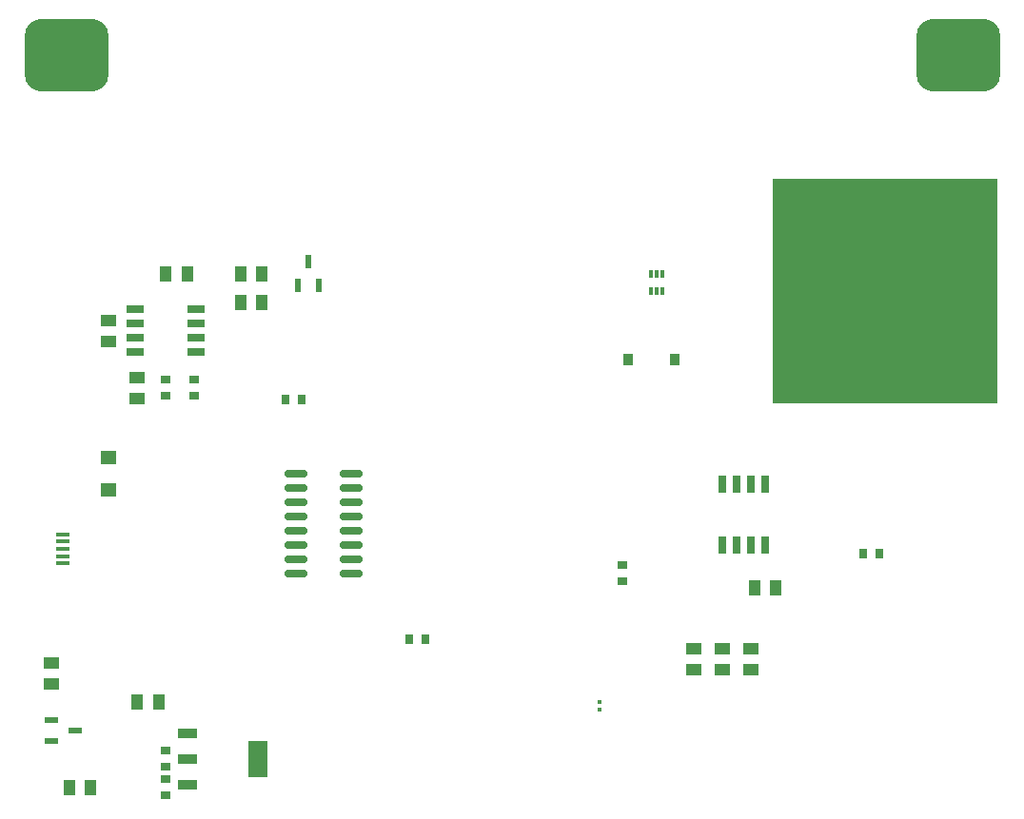
<source format=gbr>
%TF.GenerationSoftware,KiCad,Pcbnew,7.0.1*%
%TF.CreationDate,2023-03-21T08:10:22+02:00*%
%TF.ProjectId,FullSchematic,46756c6c-5363-4686-956d-617469632e6b,rev?*%
%TF.SameCoordinates,Original*%
%TF.FileFunction,Paste,Top*%
%TF.FilePolarity,Positive*%
%FSLAX46Y46*%
G04 Gerber Fmt 4.6, Leading zero omitted, Abs format (unit mm)*
G04 Created by KiCad (PCBNEW 7.0.1) date 2023-03-21 08:10:22*
%MOMM*%
%LPD*%
G01*
G04 APERTURE LIST*
G04 Aperture macros list*
%AMRoundRect*
0 Rectangle with rounded corners*
0 $1 Rounding radius*
0 $2 $3 $4 $5 $6 $7 $8 $9 X,Y pos of 4 corners*
0 Add a 4 corners polygon primitive as box body*
4,1,4,$2,$3,$4,$5,$6,$7,$8,$9,$2,$3,0*
0 Add four circle primitives for the rounded corners*
1,1,$1+$1,$2,$3*
1,1,$1+$1,$4,$5*
1,1,$1+$1,$6,$7*
1,1,$1+$1,$8,$9*
0 Add four rect primitives between the rounded corners*
20,1,$1+$1,$2,$3,$4,$5,0*
20,1,$1+$1,$4,$5,$6,$7,0*
20,1,$1+$1,$6,$7,$8,$9,0*
20,1,$1+$1,$8,$9,$2,$3,0*%
G04 Aperture macros list end*
%ADD10R,1.400000X1.300000*%
%ADD11RoundRect,0.150000X0.825000X0.150000X-0.825000X0.150000X-0.825000X-0.150000X0.825000X-0.150000X0*%
%ADD12R,0.850000X1.000000*%
%ADD13R,0.650000X1.500000*%
%ADD14R,0.940000X0.730000*%
%ADD15R,0.600000X1.300000*%
%ADD16R,1.300000X0.600000*%
%ADD17R,1.450000X1.000000*%
%ADD18R,1.000000X1.450000*%
%ADD19RoundRect,0.079500X0.100500X-0.079500X0.100500X0.079500X-0.100500X0.079500X-0.100500X-0.079500X0*%
%ADD20R,0.730000X0.940000*%
%ADD21R,1.750000X0.950000*%
%ADD22R,1.750000X3.200000*%
%ADD23R,20.000000X20.000000*%
%ADD24R,0.340000X0.700000*%
%ADD25R,1.500000X0.650000*%
%ADD26RoundRect,1.625000X2.125000X1.625000X-2.125000X1.625000X-2.125000X-1.625000X2.125000X-1.625000X0*%
%ADD27R,1.250000X0.400000*%
G04 APERTURE END LIST*
D10*
%TO.C,D4*%
X91440000Y-97610000D03*
X91440000Y-100510000D03*
%TD*%
D11*
%TO.C,U2*%
X113030000Y-107950000D03*
X113030000Y-106680000D03*
X113030000Y-105410000D03*
X113030000Y-104140000D03*
X113030000Y-102870000D03*
X113030000Y-101600000D03*
X113030000Y-100330000D03*
X113030000Y-99060000D03*
X108080000Y-99060000D03*
X108080000Y-100330000D03*
X108080000Y-101600000D03*
X108080000Y-102870000D03*
X108080000Y-104140000D03*
X108080000Y-105410000D03*
X108080000Y-106680000D03*
X108080000Y-107950000D03*
%TD*%
D12*
%TO.C,C12*%
X141775000Y-88900000D03*
X137625000Y-88900000D03*
%TD*%
D13*
%TO.C,U3*%
X149860000Y-100010000D03*
X148590000Y-100010000D03*
X147320000Y-100010000D03*
X146050000Y-100010000D03*
X146050000Y-105410000D03*
X147320000Y-105410000D03*
X148590000Y-105410000D03*
X149860000Y-105410000D03*
%TD*%
D14*
%TO.C,C10*%
X96520000Y-92150000D03*
X96520000Y-90730000D03*
%TD*%
D15*
%TO.C,Qrevpol1*%
X108270000Y-82330000D03*
X110170000Y-82330000D03*
X109220000Y-80230000D03*
%TD*%
D14*
%TO.C,C9*%
X96520000Y-125170000D03*
X96520000Y-123750000D03*
%TD*%
%TO.C,C8*%
X96520000Y-126290000D03*
X96520000Y-127710000D03*
%TD*%
%TO.C,C1*%
X137160000Y-107240000D03*
X137160000Y-108660000D03*
%TD*%
D16*
%TO.C,Qrevpol2*%
X86360000Y-120970000D03*
X86360000Y-122870000D03*
X88460000Y-121920000D03*
%TD*%
D17*
%TO.C,R2*%
X148590000Y-114620000D03*
X148590000Y-116520000D03*
%TD*%
D18*
%TO.C,R15*%
X103190000Y-83820000D03*
X105090000Y-83820000D03*
%TD*%
%TO.C,R17*%
X93980000Y-119380000D03*
X95880000Y-119380000D03*
%TD*%
D19*
%TO.C,R11*%
X135128000Y-120070000D03*
X135128000Y-119380000D03*
%TD*%
D20*
%TO.C,C2*%
X119582000Y-113792000D03*
X118162000Y-113792000D03*
%TD*%
%TO.C,C4*%
X160020000Y-106172000D03*
X158600000Y-106172000D03*
%TD*%
D21*
%TO.C,U1*%
X98450000Y-122160000D03*
X98450000Y-124460000D03*
X98450000Y-126760000D03*
D22*
X104750000Y-124460000D03*
%TD*%
D23*
%TO.C,P1*%
X160528000Y-82804000D03*
%TD*%
D18*
%TO.C,R4*%
X103190000Y-81280000D03*
X105090000Y-81280000D03*
%TD*%
D17*
%TO.C,R7*%
X86360000Y-115890000D03*
X86360000Y-117790000D03*
%TD*%
D24*
%TO.C,IC1*%
X139700000Y-82780000D03*
X140200000Y-82780000D03*
X140700000Y-82780000D03*
X140700000Y-81280000D03*
X140200000Y-81280000D03*
X139700000Y-81280000D03*
%TD*%
D14*
%TO.C,C11*%
X99060000Y-90730000D03*
X99060000Y-92150000D03*
%TD*%
D25*
%TO.C,J2*%
X93820000Y-84455000D03*
X93820000Y-85725000D03*
X93820000Y-86995000D03*
X93820000Y-88265000D03*
X99220000Y-88265000D03*
X99220000Y-86995000D03*
X99220000Y-85725000D03*
X99220000Y-84455000D03*
%TD*%
D18*
%TO.C,R6*%
X148910000Y-109220000D03*
X150810000Y-109220000D03*
%TD*%
D20*
%TO.C,C3*%
X108608000Y-92456000D03*
X107188000Y-92456000D03*
%TD*%
D26*
%TO.C,BT1*%
X87690000Y-61865000D03*
X166990000Y-61865000D03*
%TD*%
D17*
%TO.C,R1*%
X143510000Y-114620000D03*
X143510000Y-116520000D03*
%TD*%
%TO.C,R3*%
X146050000Y-114620000D03*
X146050000Y-116520000D03*
%TD*%
D27*
%TO.C,J1*%
X87388000Y-104479000D03*
X87388000Y-105129000D03*
X87388000Y-105779000D03*
X87388000Y-106429000D03*
X87388000Y-107079000D03*
%TD*%
D17*
%TO.C,R5*%
X93980000Y-92390000D03*
X93980000Y-90490000D03*
%TD*%
D18*
%TO.C,R10*%
X98420000Y-81280000D03*
X96520000Y-81280000D03*
%TD*%
D17*
%TO.C,R13*%
X91440000Y-85410000D03*
X91440000Y-87310000D03*
%TD*%
D18*
%TO.C,R16*%
X87950000Y-127000000D03*
X89850000Y-127000000D03*
%TD*%
M02*

</source>
